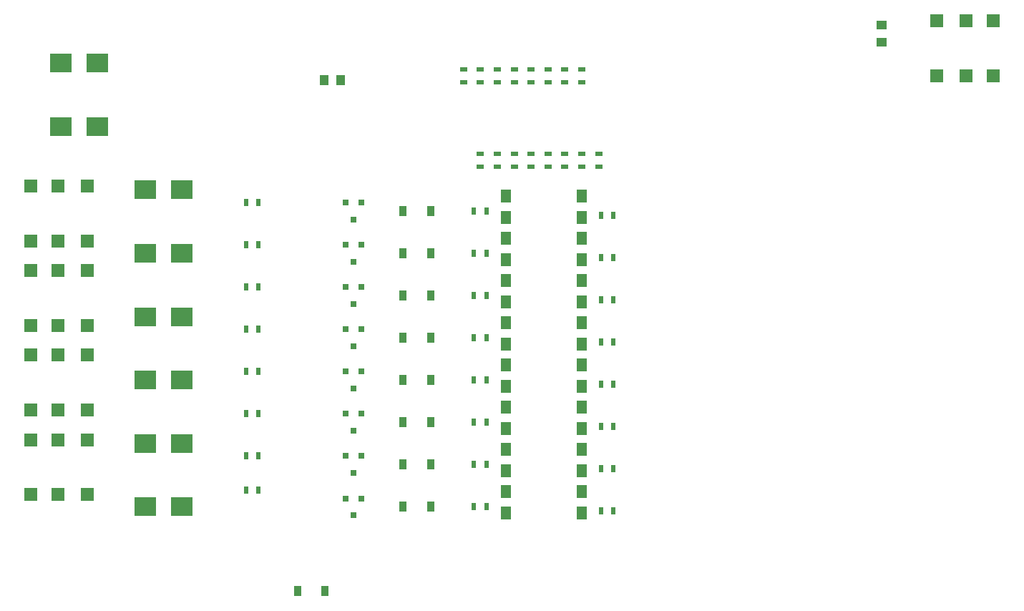
<source format=gbp>
G04 #@! TF.GenerationSoftware,KiCad,Pcbnew,(2017-06-12 revision 19d5cc754)-master*
G04 #@! TF.CreationDate,2017-12-09T12:00:16+01:00*
G04 #@! TF.ProjectId,RPi_Hat,5250695F4861742E6B696361645F7063,rev?*
G04 #@! TF.FileFunction,Paste,Bot*
G04 #@! TF.FilePolarity,Positive*
%FSLAX46Y46*%
G04 Gerber Fmt 4.6, Leading zero omitted, Abs format (unit mm)*
G04 Created by KiCad (PCBNEW (2017-06-12 revision 19d5cc754)-master) date 2017 December 09, Saturday 12:00:16*
%MOMM*%
%LPD*%
G01*
G04 APERTURE LIST*
%ADD10C,0.100000*%
%ADD11R,1.250000X1.000000*%
%ADD12R,0.900000X0.500000*%
%ADD13R,1.000000X1.250000*%
%ADD14R,1.500000X1.500000*%
%ADD15R,1.300000X1.500000*%
%ADD16R,0.910000X1.220000*%
%ADD17R,2.499360X2.301240*%
%ADD18R,0.800100X0.800100*%
%ADD19R,0.500000X0.900000*%
G04 APERTURE END LIST*
D10*
D11*
X77500000Y5000000D03*
X77500000Y7000000D03*
D12*
X38000000Y-9750000D03*
X38000000Y-8250000D03*
X40000000Y-8250000D03*
X40000000Y-9750000D03*
X44000000Y-9750000D03*
X44000000Y-8250000D03*
X32000000Y1750000D03*
X32000000Y250000D03*
X36000000Y1750000D03*
X36000000Y250000D03*
X38000000Y1750000D03*
X38000000Y250000D03*
X42000000Y250000D03*
X42000000Y1750000D03*
X28000000Y250000D03*
X28000000Y1750000D03*
X30000000Y1750000D03*
X30000000Y250000D03*
X34000000Y250000D03*
X34000000Y1750000D03*
X40000000Y1750000D03*
X40000000Y250000D03*
X42000000Y-8250000D03*
X42000000Y-9750000D03*
X36000000Y-9750000D03*
X36000000Y-8250000D03*
X32000000Y-8250000D03*
X32000000Y-9750000D03*
X30000000Y-9750000D03*
X30000000Y-8250000D03*
X34000000Y-8250000D03*
X34000000Y-9750000D03*
D13*
X11500000Y500000D03*
X13500000Y500000D03*
D14*
X90700000Y7500000D03*
X87500000Y7500000D03*
X84000000Y7500000D03*
X90700000Y1000000D03*
X87500000Y1000000D03*
X84000000Y1000000D03*
D15*
X33000000Y-50770000D03*
X33000000Y-48230000D03*
X42000000Y-48230000D03*
X42000000Y-50770000D03*
X42000000Y-45770000D03*
X42000000Y-43230000D03*
X33000000Y-43230000D03*
X33000000Y-45770000D03*
X33000000Y-40770000D03*
X33000000Y-38230000D03*
X42000000Y-38230000D03*
X42000000Y-40770000D03*
X42000000Y-35770000D03*
X42000000Y-33230000D03*
X33000000Y-33230000D03*
X33000000Y-35770000D03*
X33000000Y-30770000D03*
X33000000Y-28230000D03*
X42000000Y-28230000D03*
X42000000Y-30770000D03*
X42000000Y-25770000D03*
X42000000Y-23230000D03*
X33000000Y-23230000D03*
X33000000Y-25770000D03*
X33000000Y-20770000D03*
X33000000Y-18230000D03*
X42000000Y-18230000D03*
X42000000Y-20770000D03*
X42000000Y-15770000D03*
X42000000Y-13230000D03*
X33000000Y-13230000D03*
X33000000Y-15770000D03*
D14*
X-16500000Y-42061510D03*
X-20000000Y-42061510D03*
X-23200000Y-42061510D03*
X-16500000Y-48561510D03*
X-20000000Y-48561510D03*
X-23200000Y-48561510D03*
X-23200000Y-18561510D03*
X-20000000Y-18561510D03*
X-16500000Y-18561510D03*
X-23200000Y-12061510D03*
X-20000000Y-12061510D03*
X-16500000Y-12061510D03*
X-16500000Y-22061510D03*
X-20000000Y-22061510D03*
X-23200000Y-22061510D03*
X-16500000Y-28561510D03*
X-20000000Y-28561510D03*
X-23200000Y-28561510D03*
X-23200000Y-38561510D03*
X-20000000Y-38561510D03*
X-16500000Y-38561510D03*
X-23200000Y-32061510D03*
X-20000000Y-32061510D03*
X-16500000Y-32061510D03*
D16*
X24135000Y-50000000D03*
X20865000Y-50000000D03*
X24135000Y-45000000D03*
X20865000Y-45000000D03*
X20865000Y-40000000D03*
X24135000Y-40000000D03*
X24135000Y-35000000D03*
X20865000Y-35000000D03*
X24135000Y-30000000D03*
X20865000Y-30000000D03*
X20865000Y-25000000D03*
X24135000Y-25000000D03*
X20865000Y-20000000D03*
X24135000Y-20000000D03*
X20865000Y-15000000D03*
X24135000Y-15000000D03*
D17*
X-5351160Y-50000000D03*
X-9648840Y-50000000D03*
X-5351160Y-42500000D03*
X-9648840Y-42500000D03*
X-9648840Y-35000000D03*
X-5351160Y-35000000D03*
X-9648840Y-27500000D03*
X-5351160Y-27500000D03*
X-5351160Y-20000000D03*
X-9648840Y-20000000D03*
X-5351160Y-12500000D03*
X-9648840Y-12500000D03*
X-19648840Y-5000000D03*
X-15351160Y-5000000D03*
X-19648840Y2500000D03*
X-15351160Y2500000D03*
D16*
X11635000Y-60000000D03*
X8365000Y-60000000D03*
D18*
X15000000Y-50998220D03*
X15950000Y-48999240D03*
X14050000Y-48999240D03*
X14050000Y-43999240D03*
X15950000Y-43999240D03*
X15000000Y-45998220D03*
X14050000Y-38999240D03*
X15950000Y-38999240D03*
X15000000Y-40998220D03*
X14050000Y-33999240D03*
X15950000Y-33999240D03*
X15000000Y-35998220D03*
X15000000Y-30998220D03*
X15950000Y-28999240D03*
X14050000Y-28999240D03*
X15000000Y-25998220D03*
X15950000Y-23999240D03*
X14050000Y-23999240D03*
X14050000Y-18999240D03*
X15950000Y-18999240D03*
X15000000Y-20998220D03*
X15000000Y-15998220D03*
X15950000Y-13999240D03*
X14050000Y-13999240D03*
D19*
X44250000Y-50500000D03*
X45750000Y-50500000D03*
X44250000Y-45500000D03*
X45750000Y-45500000D03*
X44250000Y-40500000D03*
X45750000Y-40500000D03*
X44250000Y-35500000D03*
X45750000Y-35500000D03*
X44250000Y-30500000D03*
X45750000Y-30500000D03*
X44250000Y-25500000D03*
X45750000Y-25500000D03*
X44250000Y-20500000D03*
X45750000Y-20500000D03*
X44250000Y-15500000D03*
X45750000Y-15500000D03*
X30750000Y-50000000D03*
X29250000Y-50000000D03*
X30750000Y-45000000D03*
X29250000Y-45000000D03*
X30750000Y-40000000D03*
X29250000Y-40000000D03*
X30750000Y-35000000D03*
X29250000Y-35000000D03*
X30750000Y-30000000D03*
X29250000Y-30000000D03*
X30750000Y-25000000D03*
X29250000Y-25000000D03*
X30750000Y-20000000D03*
X29250000Y-20000000D03*
X30750000Y-15000000D03*
X29250000Y-15000000D03*
X3750000Y-48000000D03*
X2250000Y-48000000D03*
X2250000Y-44000000D03*
X3750000Y-44000000D03*
X2250000Y-39000000D03*
X3750000Y-39000000D03*
X3750000Y-34000000D03*
X2250000Y-34000000D03*
X3750000Y-29000000D03*
X2250000Y-29000000D03*
X3750000Y-24000000D03*
X2250000Y-24000000D03*
X2250000Y-19000000D03*
X3750000Y-19000000D03*
X2250000Y-14000000D03*
X3750000Y-14000000D03*
M02*

</source>
